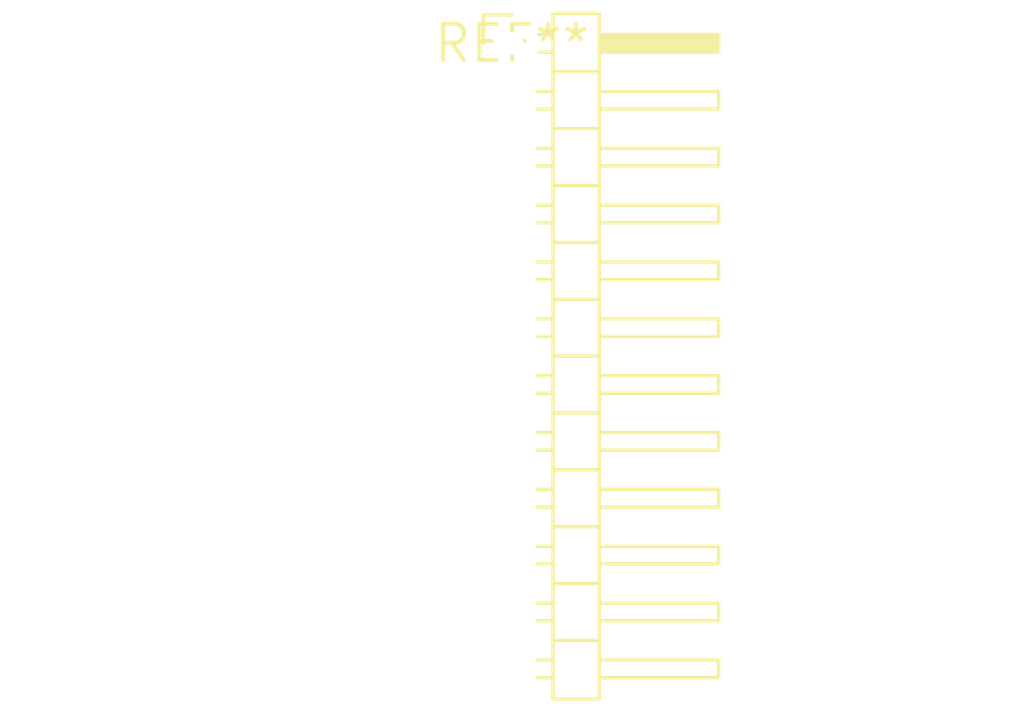
<source format=kicad_pcb>
(kicad_pcb (version 20240108) (generator pcbnew)
  (layers (0 "F.Cu" signal) (31 "B.Cu" signal) (34 "B.Paste" user) (35 "F.Paste" user) (36 "B.SilkS" user "B.Silkscreen") (37 "F.SilkS" user "F.Silkscreen") (38 "B.Mask" user) (39 "F.Mask" user) (44 "Edge.Cuts" user))
  (net 0 "")
  (footprint "PinHeader_1x12_P2.00mm_Horizontal" (layer "F.Cu") (at 0 0)
    (property "Reference" "REF**")
    (property "Value" "PinHeader_1x12_P2.00mm_Horizontal")
    (fp_line (start -1 -1) (end 0 -1) (layer "F.SilkS") (stroke (width 0.12)))
    (fp_line (start -1 0) (end -1 -1) (layer "F.SilkS") (stroke (width 0.12)))
    (fp_line (start 0.882114 1.69) (end 1.44 1.69) (layer "F.SilkS") (stroke (width 0.12)))
    (fp_line (start 0.882114 2.31) (end 1.44 2.31) (layer "F.SilkS") (stroke (width 0.12)))
    (fp_line (start 0.882114 3.69) (end 1.44 3.69) (layer "F.SilkS") (stroke (width 0.12)))
    (fp_line (start 0.882114 4.31) (end 1.44 4.31) (layer "F.SilkS") (stroke (width 0.12)))
    (fp_line (start 0.882114 5.69) (end 1.44 5.69) (layer "F.SilkS") (stroke (width 0.12)))
    (fp_line (start 0.882114 6.31) (end 1.44 6.31) (layer "F.SilkS") (stroke (width 0.12)))
    (fp_line (start 0.882114 7.69) (end 1.44 7.69) (layer "F.SilkS") (stroke (width 0.12)))
    (fp_line (start 0.882114 8.31) (end 1.44 8.31) (layer "F.SilkS") (stroke (width 0.12)))
    (fp_line (start 0.882114 9.69) (end 1.44 9.69) (layer "F.SilkS") (stroke (width 0.12)))
    (fp_line (start 0.882114 10.31) (end 1.44 10.31) (layer "F.SilkS") (stroke (width 0.12)))
    (fp_line (start 0.882114 11.69) (end 1.44 11.69) (layer "F.SilkS") (stroke (width 0.12)))
    (fp_line (start 0.882114 12.31) (end 1.44 12.31) (layer "F.SilkS") (stroke (width 0.12)))
    (fp_line (start 0.882114 13.69) (end 1.44 13.69) (layer "F.SilkS") (stroke (width 0.12)))
    (fp_line (start 0.882114 14.31) (end 1.44 14.31) (layer "F.SilkS") (stroke (width 0.12)))
    (fp_line (start 0.882114 15.69) (end 1.44 15.69) (layer "F.SilkS") (stroke (width 0.12)))
    (fp_line (start 0.882114 16.31) (end 1.44 16.31) (layer "F.SilkS") (stroke (width 0.12)))
    (fp_line (start 0.882114 17.69) (end 1.44 17.69) (layer "F.SilkS") (stroke (width 0.12)))
    (fp_line (start 0.882114 18.31) (end 1.44 18.31) (layer "F.SilkS") (stroke (width 0.12)))
    (fp_line (start 0.882114 19.69) (end 1.44 19.69) (layer "F.SilkS") (stroke (width 0.12)))
    (fp_line (start 0.882114 20.31) (end 1.44 20.31) (layer "F.SilkS") (stroke (width 0.12)))
    (fp_line (start 0.882114 21.69) (end 1.44 21.69) (layer "F.SilkS") (stroke (width 0.12)))
    (fp_line (start 0.882114 22.31) (end 1.44 22.31) (layer "F.SilkS") (stroke (width 0.12)))
    (fp_line (start 0.935 -0.31) (end 1.44 -0.31) (layer "F.SilkS") (stroke (width 0.12)))
    (fp_line (start 0.935 0.31) (end 1.44 0.31) (layer "F.SilkS") (stroke (width 0.12)))
    (fp_line (start 1.44 -1.06) (end 1.44 23.06) (layer "F.SilkS") (stroke (width 0.12)))
    (fp_line (start 1.44 1) (end 3.06 1) (layer "F.SilkS") (stroke (width 0.12)))
    (fp_line (start 1.44 3) (end 3.06 3) (layer "F.SilkS") (stroke (width 0.12)))
    (fp_line (start 1.44 5) (end 3.06 5) (layer "F.SilkS") (stroke (width 0.12)))
    (fp_line (start 1.44 7) (end 3.06 7) (layer "F.SilkS") (stroke (width 0.12)))
    (fp_line (start 1.44 9) (end 3.06 9) (layer "F.SilkS") (stroke (width 0.12)))
    (fp_line (start 1.44 11) (end 3.06 11) (layer "F.SilkS") (stroke (width 0.12)))
    (fp_line (start 1.44 13) (end 3.06 13) (layer "F.SilkS") (stroke (width 0.12)))
    (fp_line (start 1.44 15) (end 3.06 15) (layer "F.SilkS") (stroke (width 0.12)))
    (fp_line (start 1.44 17) (end 3.06 17) (layer "F.SilkS") (stroke (width 0.12)))
    (fp_line (start 1.44 19) (end 3.06 19) (layer "F.SilkS") (stroke (width 0.12)))
    (fp_line (start 1.44 21) (end 3.06 21) (layer "F.SilkS") (stroke (width 0.12)))
    (fp_line (start 1.44 23.06) (end 3.06 23.06) (layer "F.SilkS") (stroke (width 0.12)))
    (fp_line (start 3.06 -1.06) (end 1.44 -1.06) (layer "F.SilkS") (stroke (width 0.12)))
    (fp_line (start 3.06 -0.31) (end 7.26 -0.31) (layer "F.SilkS") (stroke (width 0.12)))
    (fp_line (start 3.06 -0.25) (end 7.26 -0.25) (layer "F.SilkS") (stroke (width 0.12)))
    (fp_line (start 3.06 -0.13) (end 7.26 -0.13) (layer "F.SilkS") (stroke (width 0.12)))
    (fp_line (start 3.06 -0.01) (end 7.26 -0.01) (layer "F.SilkS") (stroke (width 0.12)))
    (fp_line (start 3.06 0.11) (end 7.26 0.11) (layer "F.SilkS") (stroke (width 0.12)))
    (fp_line (start 3.06 0.23) (end 7.26 0.23) (layer "F.SilkS") (stroke (width 0.12)))
    (fp_line (start 3.06 1.69) (end 7.26 1.69) (layer "F.SilkS") (stroke (width 0.12)))
    (fp_line (start 3.06 3.69) (end 7.26 3.69) (layer "F.SilkS") (stroke (width 0.12)))
    (fp_line (start 3.06 5.69) (end 7.26 5.69) (layer "F.SilkS") (stroke (width 0.12)))
    (fp_line (start 3.06 7.69) (end 7.26 7.69) (layer "F.SilkS") (stroke (width 0.12)))
    (fp_line (start 3.06 9.69) (end 7.26 9.69) (layer "F.SilkS") (stroke (width 0.12)))
    (fp_line (start 3.06 11.69) (end 7.26 11.69) (layer "F.SilkS") (stroke (width 0.12)))
    (fp_line (start 3.06 13.69) (end 7.26 13.69) (layer "F.SilkS") (stroke (width 0.12)))
    (fp_line (start 3.06 15.69) (end 7.26 15.69) (layer "F.SilkS") (stroke (width 0.12)))
    (fp_line (start 3.06 17.69) (end 7.26 17.69) (layer "F.SilkS") (stroke (width 0.12)))
    (fp_line (start 3.06 19.69) (end 7.26 19.69) (layer "F.SilkS") (stroke (width 0.12)))
    (fp_line (start 3.06 21.69) (end 7.26 21.69) (layer "F.SilkS") (stroke (width 0.12)))
    (fp_line (start 3.06 23.06) (end 3.06 -1.06) (layer "F.SilkS") (stroke (width 0.12)))
    (fp_line (start 7.26 -0.31) (end 7.26 0.31) (layer "F.SilkS") (stroke (width 0.12)))
    (fp_line (start 7.26 0.31) (end 3.06 0.31) (layer "F.SilkS") (stroke (width 0.12)))
    (fp_line (start 7.26 1.69) (end 7.26 2.31) (layer "F.SilkS") (stroke (width 0.12)))
    (fp_line (start 7.26 2.31) (end 3.06 2.31) (layer "F.SilkS") (stroke (width 0.12)))
    (fp_line (start 7.26 3.69) (end 7.26 4.31) (layer "F.SilkS") (stroke (width 0.12)))
    (fp_line (start 7.26 4.31) (end 3.06 4.31) (layer "F.SilkS") (stroke (width 0.12)))
    (fp_line (start 7.26 5.69) (end 7.26 6.31) (layer "F.SilkS") (stroke (width 0.12)))
    (fp_line (start 7.26 6.31) (end 3.06 6.31) (layer "F.SilkS") (stroke (width 0.12)))
    (fp_line (start 7.26 7.69) (end 7.26 8.31) (layer "F.SilkS") (stroke (width 0.12)))
    (fp_line (start 7.26 8.31) (end 3.06 8.31) (layer "F.SilkS") (stroke (width 0.12)))
    (fp_line (start 7.26 9.69) (end 7.26 10.31) (layer "F.SilkS") (stroke (width 0.12)))
    (fp_line (start 7.26 10.31) (end 3.06 10.31) (layer "F.SilkS") (stroke (width 0.12)))
    (fp_line (start 7.26 11.69) (end 7.26 12.31) (layer "F.SilkS") (stroke (width 0.12)))
    (fp_line (start 7.26 12.31) (end 3.06 12.31) (layer "F.SilkS") (stroke (width 0.12)))
    (fp_line (start 7.26 13.69) (end 7.26 14.31) (layer "F.SilkS") (stroke (width 0.12)))
    (fp_line (start 7.26 14.31) (end 3.06 14.31) (layer "F.SilkS") (stroke (width 0.12)))
    (fp_line (start 7.26 15.69) (end 7.26 16.31) (layer "F.SilkS") (stroke (width 0.12)))
    (fp_line (start 7.26 16.31) (end 3.06 16.31) (layer "F.SilkS") (stroke (width 0.12)))
    (fp_line (start 7.26 17.69) (end 7.26 18.31) (layer "F.SilkS") (stroke (width 0.12)))
    (fp_line (start 7.26 18.31) (end 3.06 18.31) (layer "F.SilkS") (stroke (width 0.12)))
    (fp_line (start 7.26 19.69) (end 7.26 20.31) (layer "F.SilkS") (stroke (width 0.12)))
    (fp_line (start 7.26 20.31) (end 3.06 20.31) (layer "F.SilkS") (stroke (width 0.12)))
    (fp_line (start 7.26 21.69) (end 7.26 22.31) (layer "F.SilkS") (stroke (width 0.12)))
    (fp_line (start 7.26 22.31) (end 3.06 22.31) (layer "F.SilkS") (stroke (width 0.12)))
    (pad "1" thru_hole rect (at 0 0) (size 1.35 1.35) (drill 0.8) (layers *.Cu *.Mask) (remove_unused_layers))
    (pad "2" thru_hole oval (at 0 2) (size 1.35 1.35) (drill 0.8) (layers *.Cu *.Mask) (remove_unused_layers))
    (pad "3" thru_hole oval (at 0 4) (size 1.35 1.35) (drill 0.8) (layers *.Cu *.Mask) (remove_unused_layers))
    (pad "4" thru_hole oval (at 0 6) (size 1.35 1.35) (drill 0.8) (layers *.Cu *.Mask) (remove_unused_layers))
    (pad "5" thru_hole oval (at 0 8) (size 1.35 1.35) (drill 0.8) (layers *.Cu *.Mask) (remove_unused_layers))
    (pad "6" thru_hole oval (at 0 10) (size 1.35 1.35) (drill 0.8) (layers *.Cu *.Mask) (remove_unused_layers))
    (pad "7" thru_hole oval (at 0 12) (size 1.35 1.35) (drill 0.8) (layers *.Cu *.Mask) (remove_unused_layers))
    (pad "8" thru_hole oval (at 0 14) (size 1.35 1.35) (drill 0.8) (layers *.Cu *.Mask) (remove_unused_layers))
    (pad "9" thru_hole oval (at 0 16) (size 1.35 1.35) (drill 0.8) (layers *.Cu *.Mask) (remove_unused_layers))
    (pad "10" thru_hole oval (at 0 18) (size 1.35 1.35) (drill 0.8) (layers *.Cu *.Mask) (remove_unused_layers))
    (pad "11" thru_hole oval (at 0 20) (size 1.35 1.35) (drill 0.8) (layers *.Cu *.Mask) (remove_unused_layers))
    (pad "12" thru_hole oval (at 0 22) (size 1.35 1.35) (drill 0.8) (layers *.Cu *.Mask) (remove_unused_layers))
  )
)
</source>
